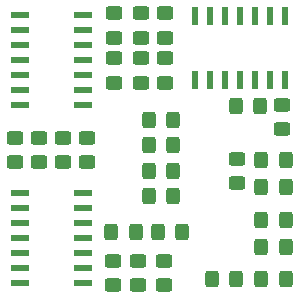
<source format=gbr>
G04 #@! TF.GenerationSoftware,KiCad,Pcbnew,7.0.10*
G04 #@! TF.CreationDate,2024-04-16T19:30:50+12:00*
G04 #@! TF.ProjectId,KiwiEFIvr1815_0.1,4b697769-4546-4497-9672-313831355f30,rev?*
G04 #@! TF.SameCoordinates,Original*
G04 #@! TF.FileFunction,Paste,Top*
G04 #@! TF.FilePolarity,Positive*
%FSLAX46Y46*%
G04 Gerber Fmt 4.6, Leading zero omitted, Abs format (unit mm)*
G04 Created by KiCad (PCBNEW 7.0.10) date 2024-04-16 19:30:50*
%MOMM*%
%LPD*%
G01*
G04 APERTURE LIST*
G04 Aperture macros list*
%AMRoundRect*
0 Rectangle with rounded corners*
0 $1 Rounding radius*
0 $2 $3 $4 $5 $6 $7 $8 $9 X,Y pos of 4 corners*
0 Add a 4 corners polygon primitive as box body*
4,1,4,$2,$3,$4,$5,$6,$7,$8,$9,$2,$3,0*
0 Add four circle primitives for the rounded corners*
1,1,$1+$1,$2,$3*
1,1,$1+$1,$4,$5*
1,1,$1+$1,$6,$7*
1,1,$1+$1,$8,$9*
0 Add four rect primitives between the rounded corners*
20,1,$1+$1,$2,$3,$4,$5,0*
20,1,$1+$1,$4,$5,$6,$7,0*
20,1,$1+$1,$6,$7,$8,$9,0*
20,1,$1+$1,$8,$9,$2,$3,0*%
G04 Aperture macros list end*
%ADD10RoundRect,0.250000X-0.325000X-0.450000X0.325000X-0.450000X0.325000X0.450000X-0.325000X0.450000X0*%
%ADD11RoundRect,0.250000X0.325000X0.450000X-0.325000X0.450000X-0.325000X-0.450000X0.325000X-0.450000X0*%
%ADD12RoundRect,0.250000X0.450000X-0.325000X0.450000X0.325000X-0.450000X0.325000X-0.450000X-0.325000X0*%
%ADD13R,1.500000X0.600000*%
%ADD14R,0.600000X1.500000*%
%ADD15RoundRect,0.250000X-0.450000X0.325000X-0.450000X-0.325000X0.450000X-0.325000X0.450000X0.325000X0*%
G04 APERTURE END LIST*
D10*
X134883000Y-93472000D03*
X132833000Y-93472000D03*
X134883000Y-88392000D03*
X132833000Y-88392000D03*
D11*
X132833000Y-95758000D03*
X134883000Y-95758000D03*
X132833000Y-90678000D03*
X134883000Y-90678000D03*
D12*
X124714000Y-75937000D03*
X124714000Y-77987000D03*
D13*
X117762000Y-91186000D03*
X117762000Y-92456000D03*
X117762000Y-93726000D03*
X117762000Y-94996000D03*
X117762000Y-96266000D03*
X117762000Y-97536000D03*
X117762000Y-98806000D03*
X112362000Y-98806000D03*
X112362000Y-97536000D03*
X112362000Y-96266000D03*
X112362000Y-94996000D03*
X112362000Y-93726000D03*
X112362000Y-92456000D03*
X112362000Y-91186000D03*
D14*
X134874000Y-81567000D03*
X133604000Y-81567000D03*
X132334000Y-81567000D03*
X131064000Y-81567000D03*
X129794000Y-81567000D03*
X128524000Y-81567000D03*
X127254000Y-81567000D03*
X127254000Y-76167000D03*
X128524000Y-76167000D03*
X129794000Y-76167000D03*
X131064000Y-76167000D03*
X132334000Y-76167000D03*
X133604000Y-76167000D03*
X134874000Y-76167000D03*
D13*
X117762000Y-76073000D03*
X117762000Y-77343000D03*
X117762000Y-78613000D03*
X117762000Y-79883000D03*
X117762000Y-81153000D03*
X117762000Y-82423000D03*
X117762000Y-83693000D03*
X112362000Y-83693000D03*
X112362000Y-82423000D03*
X112362000Y-81153000D03*
X112362000Y-79883000D03*
X112362000Y-78613000D03*
X112362000Y-77343000D03*
X112362000Y-76073000D03*
D11*
X130674000Y-83820000D03*
X132724000Y-83820000D03*
D15*
X124714000Y-81797000D03*
X124714000Y-79747000D03*
X114046000Y-88528000D03*
X114046000Y-86478000D03*
D11*
X123308000Y-84963000D03*
X125358000Y-84963000D03*
D10*
X130692000Y-98425000D03*
X128642000Y-98425000D03*
D15*
X124587000Y-98942000D03*
X124587000Y-96892000D03*
D12*
X118110000Y-86478000D03*
X118110000Y-88528000D03*
D11*
X123308000Y-91440000D03*
X125358000Y-91440000D03*
D12*
X122682000Y-79747000D03*
X122682000Y-81797000D03*
X120396000Y-79747000D03*
X120396000Y-81797000D03*
D15*
X130810000Y-90306000D03*
X130810000Y-88256000D03*
D12*
X122682000Y-75937000D03*
X122682000Y-77987000D03*
D15*
X112014000Y-88528000D03*
X112014000Y-86478000D03*
X120396000Y-77987000D03*
X120396000Y-75937000D03*
D10*
X125358000Y-87122000D03*
X123308000Y-87122000D03*
D15*
X134620000Y-85734000D03*
X134620000Y-83684000D03*
D12*
X122428000Y-96892000D03*
X122428000Y-98942000D03*
X120269000Y-96892000D03*
X120269000Y-98942000D03*
D10*
X134883000Y-98425000D03*
X132833000Y-98425000D03*
D11*
X124070000Y-94488000D03*
X126120000Y-94488000D03*
D12*
X116078000Y-86478000D03*
X116078000Y-88528000D03*
D10*
X122183000Y-94488000D03*
X120133000Y-94488000D03*
X125358000Y-89281000D03*
X123308000Y-89281000D03*
M02*

</source>
